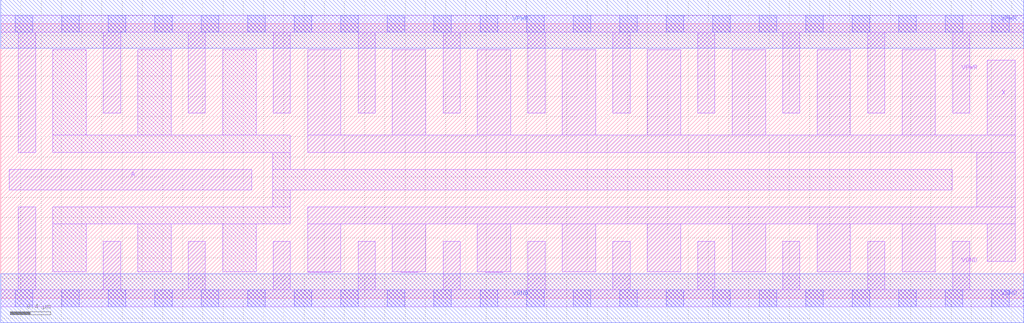
<source format=lef>
# Copyright 2020 The SkyWater PDK Authors
#
# Licensed under the Apache License, Version 2.0 (the "License");
# you may not use this file except in compliance with the License.
# You may obtain a copy of the License at
#
#     https://www.apache.org/licenses/LICENSE-2.0
#
# Unless required by applicable law or agreed to in writing, software
# distributed under the License is distributed on an "AS IS" BASIS,
# WITHOUT WARRANTIES OR CONDITIONS OF ANY KIND, either express or implied.
# See the License for the specific language governing permissions and
# limitations under the License.
#
# SPDX-License-Identifier: Apache-2.0

VERSION 5.7 ;
  NAMESCASESENSITIVE ON ;
  NOWIREEXTENSIONATPIN ON ;
  DIVIDERCHAR "/" ;
  BUSBITCHARS "[]" ;
UNITS
  DATABASE MICRONS 200 ;
END UNITS
MACRO sky130_fd_sc_hd__buf_16
  CLASS CORE ;
  SOURCE USER ;
  FOREIGN sky130_fd_sc_hd__buf_16 ;
  ORIGIN  0.000000  0.000000 ;
  SIZE  10.12000 BY  2.720000 ;
  SYMMETRY X Y R90 ;
  SITE unithd ;
  PIN A
    ANTENNAGATEAREA  1.485000 ;
    DIRECTION INPUT ;
    USE SIGNAL ;
    PORT
      LAYER li1 ;
        RECT 0.085000 1.075000 2.485000 1.275000 ;
    END
  END A
  PIN X
    ANTENNADIFFAREA  3.564000 ;
    DIRECTION OUTPUT ;
    USE SIGNAL ;
    PORT
      LAYER li1 ;
        RECT 3.035000 0.255000  3.285000 0.260000 ;
        RECT 3.035000 0.260000  3.365000 0.735000 ;
        RECT 3.035000 0.735000 10.035000 0.905000 ;
        RECT 3.035000 1.445000 10.035000 1.615000 ;
        RECT 3.035000 1.615000  3.365000 2.465000 ;
        RECT 3.875000 0.260000  4.205000 0.735000 ;
        RECT 3.875000 1.615000  4.205000 2.465000 ;
        RECT 3.955000 0.255000  4.125000 0.260000 ;
        RECT 4.715000 0.260000  5.045000 0.735000 ;
        RECT 4.715000 1.615000  5.045000 2.465000 ;
        RECT 4.795000 0.255000  4.965000 0.260000 ;
        RECT 5.555000 0.260000  5.885000 0.735000 ;
        RECT 5.555000 1.615000  5.885000 2.465000 ;
        RECT 6.395000 0.260000  6.725000 0.735000 ;
        RECT 6.395000 1.615000  6.725000 2.465000 ;
        RECT 7.235000 0.260000  7.565000 0.735000 ;
        RECT 7.235000 1.615000  7.565000 2.465000 ;
        RECT 8.075000 0.260000  8.405000 0.735000 ;
        RECT 8.075000 1.615000  8.405000 2.465000 ;
        RECT 8.915000 0.260000  9.245000 0.735000 ;
        RECT 8.915000 1.615000  9.245000 2.465000 ;
        RECT 9.655000 0.905000 10.035000 1.445000 ;
        RECT 9.760000 0.365000 10.035000 0.735000 ;
        RECT 9.760000 1.615000 10.035000 2.360000 ;
    END
  END X
  PIN VGND
    DIRECTION INOUT ;
    SHAPE ABUTMENT ;
    USE GROUND ;
    PORT
      LAYER li1 ;
        RECT 0.000000 -0.085000 10.120000 0.085000 ;
        RECT 0.175000  0.085000  0.345000 0.905000 ;
        RECT 1.015000  0.085000  1.185000 0.565000 ;
        RECT 1.855000  0.085000  2.025000 0.565000 ;
        RECT 2.695000  0.085000  2.865000 0.565000 ;
        RECT 3.535000  0.085000  3.705000 0.565000 ;
        RECT 4.375000  0.085000  4.545000 0.565000 ;
        RECT 5.215000  0.085000  5.385000 0.565000 ;
        RECT 6.055000  0.085000  6.225000 0.565000 ;
        RECT 6.895000  0.085000  7.065000 0.565000 ;
        RECT 7.735000  0.085000  7.905000 0.565000 ;
        RECT 8.575000  0.085000  8.745000 0.565000 ;
        RECT 9.415000  0.085000  9.585000 0.565000 ;
      LAYER mcon ;
        RECT 0.145000 -0.085000 0.315000 0.085000 ;
        RECT 0.605000 -0.085000 0.775000 0.085000 ;
        RECT 1.065000 -0.085000 1.235000 0.085000 ;
        RECT 1.525000 -0.085000 1.695000 0.085000 ;
        RECT 1.985000 -0.085000 2.155000 0.085000 ;
        RECT 2.445000 -0.085000 2.615000 0.085000 ;
        RECT 2.905000 -0.085000 3.075000 0.085000 ;
        RECT 3.365000 -0.085000 3.535000 0.085000 ;
        RECT 3.825000 -0.085000 3.995000 0.085000 ;
        RECT 4.285000 -0.085000 4.455000 0.085000 ;
        RECT 4.745000 -0.085000 4.915000 0.085000 ;
        RECT 5.205000 -0.085000 5.375000 0.085000 ;
        RECT 5.665000 -0.085000 5.835000 0.085000 ;
        RECT 6.125000 -0.085000 6.295000 0.085000 ;
        RECT 6.585000 -0.085000 6.755000 0.085000 ;
        RECT 7.045000 -0.085000 7.215000 0.085000 ;
        RECT 7.505000 -0.085000 7.675000 0.085000 ;
        RECT 7.965000 -0.085000 8.135000 0.085000 ;
        RECT 8.425000 -0.085000 8.595000 0.085000 ;
        RECT 8.885000 -0.085000 9.055000 0.085000 ;
        RECT 9.345000 -0.085000 9.515000 0.085000 ;
        RECT 9.805000 -0.085000 9.975000 0.085000 ;
      LAYER met1 ;
        RECT 0.000000 -0.240000 10.120000 0.240000 ;
    END
  END VGND
  PIN VPWR
    DIRECTION INOUT ;
    SHAPE ABUTMENT ;
    USE POWER ;
    PORT
      LAYER li1 ;
        RECT 0.000000 2.635000 10.120000 2.805000 ;
        RECT 0.175000 1.445000  0.345000 2.635000 ;
        RECT 1.015000 1.835000  1.185000 2.635000 ;
        RECT 1.855000 1.835000  2.025000 2.635000 ;
        RECT 2.695000 1.835000  2.865000 2.635000 ;
        RECT 3.535000 1.835000  3.705000 2.635000 ;
        RECT 4.375000 1.835000  4.545000 2.635000 ;
        RECT 5.215000 1.835000  5.385000 2.635000 ;
        RECT 6.055000 1.835000  6.225000 2.635000 ;
        RECT 6.895000 1.835000  7.065000 2.635000 ;
        RECT 7.735000 1.835000  7.905000 2.635000 ;
        RECT 8.575000 1.835000  8.745000 2.635000 ;
        RECT 9.415000 1.835000  9.585000 2.635000 ;
      LAYER mcon ;
        RECT 0.145000 2.635000 0.315000 2.805000 ;
        RECT 0.605000 2.635000 0.775000 2.805000 ;
        RECT 1.065000 2.635000 1.235000 2.805000 ;
        RECT 1.525000 2.635000 1.695000 2.805000 ;
        RECT 1.985000 2.635000 2.155000 2.805000 ;
        RECT 2.445000 2.635000 2.615000 2.805000 ;
        RECT 2.905000 2.635000 3.075000 2.805000 ;
        RECT 3.365000 2.635000 3.535000 2.805000 ;
        RECT 3.825000 2.635000 3.995000 2.805000 ;
        RECT 4.285000 2.635000 4.455000 2.805000 ;
        RECT 4.745000 2.635000 4.915000 2.805000 ;
        RECT 5.205000 2.635000 5.375000 2.805000 ;
        RECT 5.665000 2.635000 5.835000 2.805000 ;
        RECT 6.125000 2.635000 6.295000 2.805000 ;
        RECT 6.585000 2.635000 6.755000 2.805000 ;
        RECT 7.045000 2.635000 7.215000 2.805000 ;
        RECT 7.505000 2.635000 7.675000 2.805000 ;
        RECT 7.965000 2.635000 8.135000 2.805000 ;
        RECT 8.425000 2.635000 8.595000 2.805000 ;
        RECT 8.885000 2.635000 9.055000 2.805000 ;
        RECT 9.345000 2.635000 9.515000 2.805000 ;
        RECT 9.805000 2.635000 9.975000 2.805000 ;
      LAYER met1 ;
        RECT 0.000000 2.480000 10.120000 2.960000 ;
    END
  END VPWR
  OBS
    LAYER li1 ;
      RECT 0.515000 0.260000 0.845000 0.735000 ;
      RECT 0.515000 0.735000 2.865000 0.905000 ;
      RECT 0.515000 1.445000 2.865000 1.615000 ;
      RECT 0.515000 1.615000 0.845000 2.465000 ;
      RECT 1.355000 0.260000 1.685000 0.735000 ;
      RECT 1.355000 1.615000 1.685000 2.465000 ;
      RECT 2.195000 0.260000 2.525000 0.735000 ;
      RECT 2.195000 1.615000 2.525000 2.465000 ;
      RECT 2.690000 0.905000 2.865000 1.075000 ;
      RECT 2.690000 1.075000 9.410000 1.275000 ;
      RECT 2.690000 1.275000 2.865000 1.445000 ;
  END
END sky130_fd_sc_hd__buf_16

</source>
